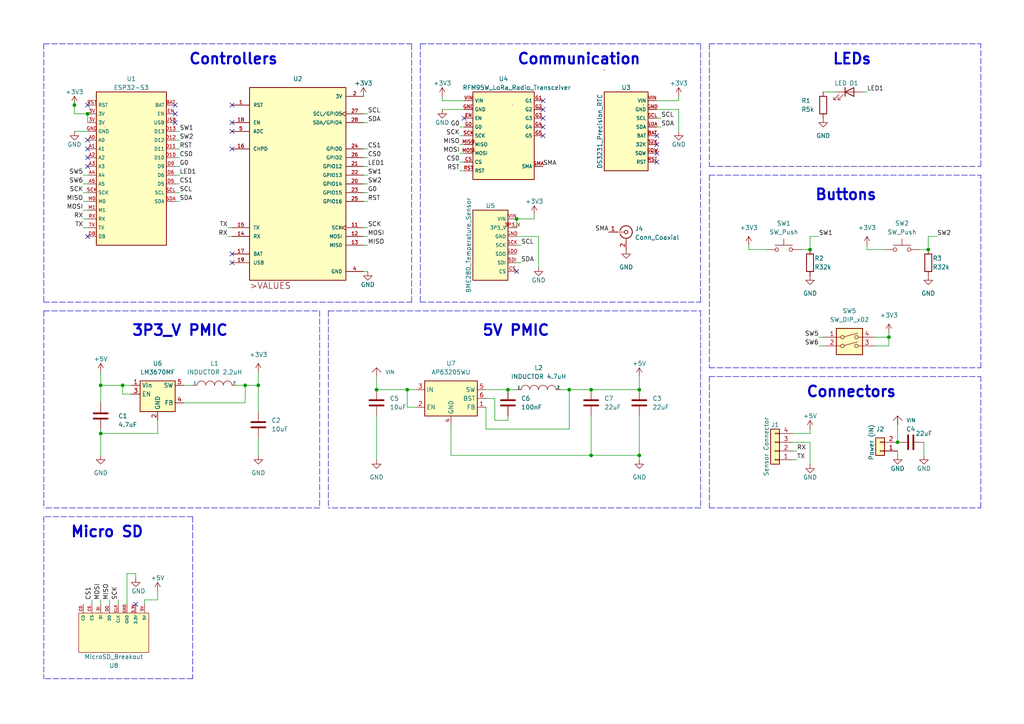
<source format=kicad_sch>
(kicad_sch (version 20211123) (generator eeschema)
  (paper "A4")
  (lib_symbols
    (symbol "Adafruit Feather ESP8266:2821" (pin_names (offset 1.016))
      (property "Reference" "U" (at -15.24 27.9654 0))
      (symbol "2821_0_0"
        (rectangle (start -15.24 -27.94) (end 12.7 27.94) (stroke (width 0.254)) (fill (type background)))
        (text ">VALUES" (at -15.2654 -30.5562 0) (effects (font (size 1.778 1.778)) (justify left bottom)))
        (pin input line (at -20.32 22.86 0) (length 5.08) (name "RST") (number "1"))
        (pin bidirectional clock (at 17.78 -12.7 180) (length 5.08) (name "SCK") (number "11"))
        (pin output line (at 17.78 -15.24 180) (length 5.08) (name "MOSI") (number "12"))
        (pin input line (at 17.78 -17.78 180) (length 5.08) (name "MIS0") (number "13"))
        (pin input line (at -20.32 -15.24 0) (length 5.08) (name "RX") (number "14"))
        (pin output line (at -20.32 -12.7 0) (length 5.08) (name "TX") (number "15"))
        (pin bidirectional line (at -20.32 10.16 0) (length 5.08) (name "CHPD") (number "16"))
        (pin bidirectional line (at -20.32 -20.32 0) (length 5.08) (name "BAT") (number "17"))
        (pin input line (at -20.32 17.78 0) (length 5.08) (name "EN") (number "18"))
        (pin bidirectional line (at -20.32 -22.86 0) (length 5.08) (name "USB") (number "19"))
        (pin power_in line (at 17.78 25.4 180) (length 5.08) (name "3V") (number "2"))
        (pin bidirectional line (at 17.78 0 180) (length 5.08) (name "GPIO14") (number "20"))
        (pin bidirectional line (at 17.78 5.08 180) (length 5.08) (name "GPIO12") (number "21"))
        (pin bidirectional line (at 17.78 2.54 180) (length 5.08) (name "GPIO13") (number "22"))
        (pin bidirectional line (at 17.78 -2.54 180) (length 5.08) (name "GPIO15") (number "23"))
        (pin bidirectional line (at 17.78 10.16 180) (length 5.08) (name "GPIO0") (number "24"))
        (pin bidirectional line (at 17.78 -5.08 180) (length 5.08) (name "GPIO16") (number "25"))
        (pin bidirectional line (at 17.78 7.62 180) (length 5.08) (name "GPIO2") (number "26"))
        (pin bidirectional clock (at 17.78 20.32 180) (length 5.08) (name "SCL/GPIO5") (number "27"))
        (pin bidirectional line (at 17.78 17.78 180) (length 5.08) (name "SDA/GPIO4") (number "28"))
        (pin power_in line (at 17.78 -25.4 180) (length 5.08) (name "GND") (number "4"))
        (pin bidirectional line (at -20.32 15.24 0) (length 5.08) (name "ADC") (number "5"))
      )
    )
    (symbol "Adafruit_ESP32:ESP32-S3"
      (property "Reference" "U" (at 10.16 1.27 0))
      (property "Value" "ESP32-S3" (at 10.16 5.08 0))
      (symbol "ESP32-S3_0_1"
        (rectangle (start 0 2.54) (end 20.32 -41.91) (stroke (width 0.254)) (fill (type background)))
        (rectangle (start 2.54 -7.62) (end 2.54 -7.62))
      )
      (symbol "ESP32-S3_1_1"
        (pin input line (at -2.54 -6.35 0) (length 2.54) (name "3V") (number "3V"))
        (pin input line (at -2.54 -3.81 0) (length 2.54) (name "3V") (number "3V"))
        (pin input line (at -2.54 -11.43 0) (length 2.54) (name "A0") (number "A0"))
        (pin input line (at -2.54 -13.97 0) (length 2.54) (name "A1") (number "A1"))
        (pin input line (at -2.54 -16.51 0) (length 2.54) (name "A2") (number "A2"))
        (pin input line (at -2.54 -19.05 0) (length 2.54) (name "A3") (number "A3"))
        (pin input line (at -2.54 -21.59 0) (length 2.54) (name "A4") (number "A4"))
        (pin input line (at -2.54 -24.13 0) (length 2.54) (name "A5") (number "A5"))
        (pin input line (at 22.86 -1.27 180) (length 2.54) (name "BAT") (number "BAT"))
        (pin input line (at 22.86 -16.51 180) (length 2.54) (name "D10") (number "D10"))
        (pin input line (at 22.86 -13.97 180) (length 2.54) (name "D11") (number "D11"))
        (pin input line (at 22.86 -11.43 180) (length 2.54) (name "D12") (number "D12"))
        (pin input line (at 22.86 -8.89 180) (length 2.54) (name "D13") (number "D13"))
        (pin input line (at 22.86 -24.13 180) (length 2.54) (name "D5") (number "D5"))
        (pin input line (at 22.86 -21.59 180) (length 2.54) (name "D6") (number "D6"))
        (pin input line (at 22.86 -19.05 180) (length 2.54) (name "D9") (number "D9"))
        (pin input line (at -2.54 -39.37 0) (length 2.54) (name "DB") (number "DB"))
        (pin input line (at 22.86 -3.81 180) (length 2.54) (name "EN") (number "EN"))
        (pin input line (at -2.54 -8.89 0) (length 2.54) (name "GND") (number "GND"))
        (pin input line (at -2.54 -29.21 0) (length 2.54) (name "M0") (number "M0"))
        (pin input line (at -2.54 -31.75 0) (length 2.54) (name "M1") (number "M1"))
        (pin input line (at -2.54 -1.27 0) (length 2.54) (name "RST") (number "RST"))
        (pin input line (at -2.54 -34.29 0) (length 2.54) (name "RX") (number "RX"))
        (pin input line (at -2.54 -26.67 0) (length 2.54) (name "SCK") (number "SCK"))
        (pin input line (at 22.86 -26.67 180) (length 2.54) (name "SCL") (number "SCL"))
        (pin input line (at 22.86 -29.21 180) (length 2.54) (name "SDA") (number "SDA"))
        (pin input line (at -2.54 -36.83 0) (length 2.54) (name "TX") (number "TX"))
        (pin input line (at 22.86 -6.35 180) (length 2.54) (name "USB") (number "USB"))
      )
    )
    (symbol "Adafruit_Files:BME280_Temperature_Sensor"
      (property "Reference" "U" (at 0 2.54 0))
      (property "Value" "BME280_Temperature_Sensor" (at 0 5.08 0))
      (symbol "BME280_Temperature_Sensor_0_1"
        (rectangle (start 0 0) (end 10.16 -20.32) (stroke (width 0.254)) (fill (type background)))
      )
      (symbol "BME280_Temperature_Sensor_1_1"
        (pin input line (at 12.7 -5.08 180) (length 2.54) (name "3P3_V") (number "3P3_V"))
        (pin input line (at 12.7 -17.78 180) (length 2.54) (name "CS") (number "CS"))
        (pin input line (at 12.7 -7.62 180) (length 2.54) (name "GND") (number "GND"))
        (pin input line (at 12.7 -10.16 180) (length 2.54) (name "SCK") (number "SCK"))
        (pin input line (at 12.7 -15.24 180) (length 2.54) (name "SDI") (number "SDI"))
        (pin input line (at 12.7 -12.7 180) (length 2.54) (name "SDO") (number "SDO"))
        (pin input line (at 12.7 -2.54 180) (length 2.54) (name "VIN") (number "VIN"))
      )
    )
    (symbol "Adafruit_Files:DS3231_Precision_RTC"
      (property "Reference" "U" (at 0 1.27 0))
      (property "Value" "DS3231_Precision_RTC" (at 0 3.81 0))
      (symbol "DS3231_Precision_RTC_0_1"
        (rectangle (start 0 0) (end 12.7 -22.86) (stroke (width 0.254)) (fill (type background)))
        (rectangle (start 11.43 -3.81) (end 11.43 -3.81))
        (rectangle (start 11.43 -3.81) (end 11.43 -3.81))
        (rectangle (start 11.43 -3.81) (end 11.43 -3.81))
        (rectangle (start 11.43 -3.81) (end 11.43 -3.81))
        (rectangle (start 11.43 -3.81) (end 11.43 -3.81))
        (rectangle (start 11.43 -3.81) (end 11.43 -3.81))
        (rectangle (start 11.43 -3.81) (end 11.43 -3.81))
        (rectangle (start 11.43 -3.81) (end 11.43 -3.81))
        (rectangle (start 11.43 -3.81) (end 11.43 -3.81))
        (rectangle (start 12.7 -12.7) (end 12.7 -12.7))
      )
      (symbol "DS3231_Precision_RTC_1_1"
        (pin input line (at 15.24 -15.24 180) (length 2.54) (name "32K") (number "32K"))
        (pin input line (at 15.24 -12.7 180) (length 2.54) (name "BAT") (number "BAT"))
        (pin input line (at 15.24 -5.08 180) (length 2.54) (name "GND") (number "GND"))
        (pin input line (at 15.24 -20.32 180) (length 2.54) (name "RST") (number "RST"))
        (pin input line (at 15.24 -7.62 180) (length 2.54) (name "SCL") (number "SCL"))
        (pin input line (at 15.24 -10.16 180) (length 2.54) (name "SDA") (number "SDA"))
        (pin input line (at 15.24 -17.78 180) (length 2.54) (name "SQW") (number "SQW"))
        (pin input line (at 15.24 -2.54 180) (length 2.54) (name "VIN") (number "VIN"))
      )
    )
    (symbol "Adafruit_Files:MicroSD_Breakout"
      (property "Reference" "U" (at 0 2.54 0))
      (property "Value" "MicroSD_Breakout" (at 0 5.08 0))
      (symbol "MicroSD_Breakout_0_1"
        (rectangle (start 0 0) (end 11.43 -20.32) (fill (type background)))
      )
      (symbol "MicroSD_Breakout_1_1"
        (pin input line (at 13.97 -16.51 180) (length 2.54) (name "3.3V") (number "3.3V"))
        (pin input line (at 13.97 -19.05 180) (length 2.54) (name "5V") (number "5V"))
        (pin input line (at 13.97 -1.27 180) (length 2.54) (name "CD") (number "CD"))
        (pin input line (at 13.97 -11.43 180) (length 2.54) (name "CLK") (number "CLK"))
        (pin input line (at 13.97 -3.81 180) (length 2.54) (name "CS") (number "CS"))
        (pin input line (at 13.97 -6.35 180) (length 2.54) (name "DI") (number "DI"))
        (pin input line (at 13.97 -8.89 180) (length 2.54) (name "DO") (number "DO"))
        (pin input line (at 13.97 -13.97 180) (length 2.54) (name "GND") (number "GND"))
      )
    )
    (symbol "Adafruit_Files:RFM95W_LoRa_Radio_Transceiver"
      (property "Reference" "U" (at 0 5.08 0))
      (property "Value" "RFM95W_LoRa_Radio_Transceiver" (at 0 2.54 0))
      (symbol "RFM95W_LoRa_Radio_Transceiver_0_1"
        (rectangle (start 0 0) (end 17.78 -25.4) (stroke (width 0.254)) (fill (type background)))
        (rectangle (start 11.43 -3.81) (end 11.43 -3.81))
        (rectangle (start 11.43 -3.81) (end 11.43 -3.81))
        (rectangle (start 11.43 -3.81) (end 11.43 -3.81))
        (rectangle (start 38.1 6.35) (end 38.1 6.35))
        (rectangle (start 38.1 6.35) (end 38.1 6.35))
        (rectangle (start 38.1 6.35) (end 38.1 6.35))
        (rectangle (start 38.1 6.35) (end 38.1 6.35) (stroke (width 0.254)) (fill (type background)))
      )
      (symbol "RFM95W_LoRa_Radio_Transceiver_1_1"
        (pin input line (at -2.54 -20.32 0) (length 2.54) (name "CS") (number "CS"))
        (pin input line (at -2.54 -7.62 0) (length 2.54) (name "EN") (number "EN"))
        (pin input line (at -2.54 -10.16 0) (length 2.54) (name "G0") (number "G0"))
        (pin input line (at 20.32 -2.54 180) (length 2.54) (name "G1") (number "G1"))
        (pin input line (at 20.32 -5.08 180) (length 2.54) (name "G2") (number "G2"))
        (pin input line (at 20.32 -7.62 180) (length 2.54) (name "G3") (number "G3"))
        (pin input line (at 20.32 -10.16 180) (length 2.54) (name "G4") (number "G4"))
        (pin input line (at 20.32 -12.7 180) (length 2.54) (name "G5") (number "G5"))
        (pin input line (at -2.54 -5.08 0) (length 2.54) (name "GND") (number "GND"))
        (pin input line (at -2.54 -15.24 0) (length 2.54) (name "MISO") (number "MISO"))
        (pin input line (at -2.54 -17.78 0) (length 2.54) (name "MOSI") (number "MOSI"))
        (pin input line (at -2.54 -22.86 0) (length 2.54) (name "RST") (number "RST"))
        (pin input line (at -2.54 -12.7 0) (length 2.54) (name "SCK") (number "SCK"))
        (pin input line (at 20.32 -21.59 180) (length 2.54) (name "SMA") (number "SMA"))
        (pin input line (at -2.54 -2.54 0) (length 2.54) (name "VIN") (number "VIN"))
      )
    )
    (symbol "Adafruit_HUZZAH_ESP8266_Basic_Breakout-eagle-import:VIN" (power) (pin_names (offset 1.016))
      (property "Value" "VIN" (at -1.524 1.016 0))
      (symbol "VIN_1_0"
        (polyline (pts (xy -1.27 -1.27) (xy 0 0)))
        (polyline (pts (xy 0 0) (xy 1.27 -1.27)))
        (pin power_in line (at 0 -2.54 90) (length 2.54) (name "VIN") (number "1"))
      )
    )
    (symbol "Connector:Conn_Coaxial" (pin_names (offset 1.016) hide)
      (property "Reference" "J" (at 0.254 3.048 0))
      (property "Value" "Conn_Coaxial" (at 2.921 0 90))
      (symbol "Conn_Coaxial_0_1"
        (arc (start -1.778 -0.508) (mid 0.2311 -1.8066) (end 1.778 0) (stroke (width 0.254)))
        (polyline (pts (xy -2.54 0) (xy -0.508 0)))
        (polyline (pts (xy 0 -2.54) (xy 0 -1.778)))
        (circle (center 0 0) (radius 0.508) (stroke (width 0.2032)))
        (arc (start 1.778 0) (mid 0.2099 1.8101) (end -1.778 0.508) (stroke (width 0.254)))
      )
      (symbol "Conn_Coaxial_1_1"
        (pin passive line (at -5.08 0 0) (length 2.54) (name "In") (number "1"))
        (pin passive line (at 0 -5.08 90) (length 2.54) (name "Ext") (number "2"))
      )
    )
    (symbol "Connector_Generic:Conn_01x02" (pin_names (offset 1.016) hide)
      (property "Reference" "J" (at 0 2.54 0))
      (property "Value" "Conn_01x02" (at 0 -5.08 0))
      (symbol "Conn_01x02_1_1"
        (rectangle (start -1.27 -2.413) (end 0 -2.667) (stroke (width 0.1524)))
        (rectangle (start -1.27 0.127) (end 0 -0.127) (stroke (width 0.1524)))
        (rectangle (start -1.27 1.27) (end 1.27 -3.81) (stroke (width 0.254)) (fill (type background)))
        (pin passive line (at -5.08 0 0) (length 3.81) (name "Pin_1") (number "1"))
        (pin passive line (at -5.08 -2.54 0) (length 3.81) (name "Pin_2") (number "2"))
      )
    )
    (symbol "Connector_Generic:Conn_01x04" (pin_names (offset 1.016) hide)
      (property "Reference" "J" (at 0 5.08 0))
      (property "Value" "Conn_01x04" (at 0 -7.62 0))
      (symbol "Conn_01x04_1_1"
        (rectangle (start -1.27 -4.953) (end 0 -5.207) (stroke (width 0.1524)))
        (rectangle (start -1.27 -2.413) (end 0 -2.667) (stroke (width 0.1524)))
        (rectangle (start -1.27 0.127) (end 0 -0.127) (stroke (width 0.1524)))
        (rectangle (start -1.27 2.667) (end 0 2.413) (stroke (width 0.1524)))
        (rectangle (start -1.27 3.81) (end 1.27 -6.35) (stroke (width 0.254)) (fill (type background)))
        (pin passive line (at -5.08 2.54 0) (length 3.81) (name "Pin_1") (number "1"))
        (pin passive line (at -5.08 0 0) (length 3.81) (name "Pin_2") (number "2"))
        (pin passive line (at -5.08 -2.54 0) (length 3.81) (name "Pin_3") (number "3"))
        (pin passive line (at -5.08 -5.08 0) (length 3.81) (name "Pin_4") (number "4"))
      )
    )
    (symbol "Device:C" (pin_numbers hide) (pin_names (offset 0.254))
      (property "Reference" "C" (at 0.635 2.54 0))
      (property "Value" "C" (at 0.635 -2.54 0))
      (symbol "C_0_1"
        (polyline (pts (xy -2.032 -0.762) (xy 2.032 -0.762)) (stroke (width 0.508)))
        (polyline (pts (xy -2.032 0.762) (xy 2.032 0.762)) (stroke (width 0.508)))
      )
      (symbol "C_1_1"
        (pin passive line (at 0 3.81 270) (length 2.794) (name "~") (number "1"))
        (pin passive line (at 0 -3.81 90) (length 2.794) (name "~") (number "2"))
      )
    )
    (symbol "Device:LED" (pin_numbers hide) (pin_names (offset 1.016) hide)
      (property "Reference" "D" (at 0 2.54 0))
      (property "Value" "LED" (at 0 -2.54 0))
      (symbol "LED_0_1"
        (polyline (pts (xy -1.27 -1.27) (xy -1.27 1.27)) (stroke (width 0.254)))
        (polyline (pts (xy -1.27 0) (xy 1.27 0)))
        (polyline (pts (xy 1.27 -1.27) (xy 1.27 1.27) (xy -1.27 0) (xy 1.27 -1.27)) (stroke (width 0.254)))
        (polyline (pts (xy -3.048 -0.762) (xy -4.572 -2.286) (xy -3.81 -2.286) (xy -4.572 -2.286) (xy -4.572 -1.524)))
        (polyline (pts (xy -1.778 -0.762) (xy -3.302 -2.286) (xy -2.54 -2.286) (xy -3.302 -2.286) (xy -3.302 -1.524)))
      )
      (symbol "LED_1_1"
        (pin passive line (at -3.81 0 0) (length 2.54) (name "K") (number "1"))
        (pin passive line (at 3.81 0 180) (length 2.54) (name "A") (number "2"))
      )
    )
    (symbol "Device:R" (pin_numbers hide) (pin_names (offset 0))
      (property "Reference" "R" (at 2.032 0 90))
      (property "Value" "R" (at 0 0 90))
      (symbol "R_0_1"
        (rectangle (start -1.016 -2.54) (end 1.016 2.54) (stroke (width 0.254)))
      )
      (symbol "R_1_1"
        (pin passive line (at 0 3.81 270) (length 1.27) (name "~") (number "1"))
        (pin passive line (at 0 -3.81 90) (length 1.27) (name "~") (number "2"))
      )
    )
    (symbol "Regulator_Switching:AP63205WU"
      (property "Reference" "U" (at -7.62 6.35 0))
      (property "Value" "AP63205WU" (at 2.54 6.35 0))
      (symbol "AP63205WU_0_1"
        (rectangle (start -7.62 5.08) (end 7.62 -5.08) (stroke (width 0.254)) (fill (type background)))
      )
      (symbol "AP63205WU_1_1"
        (pin input line (at 10.16 -2.54 180) (length 2.54) (name "FB") (number "1"))
        (pin input line (at -10.16 -2.54 0) (length 2.54) (name "EN") (number "2"))
        (pin power_in line (at -10.16 2.54 0) (length 2.54) (name "IN") (number "3"))
        (pin power_in line (at 0 -7.62 90) (length 2.54) (name "GND") (number "4"))
        (pin output line (at 10.16 2.54 180) (length 2.54) (name "SW") (number "5"))
        (pin passive line (at 10.16 0 180) (length 2.54) (name "BST") (number "6"))
      )
    )
    (symbol "Regulator_Switching:LM3670MF"
      (property "Reference" "U" (at -5.08 5.08 0))
      (property "Value" "LM3670MF" (at 0 5.08 0))
      (symbol "LM3670MF_0_1"
        (rectangle (start -5.08 3.81) (end 5.08 -5.08) (stroke (width 0.254)) (fill (type background)))
      )
      (symbol "LM3670MF_1_1"
        (pin power_in line (at -7.62 2.54 0) (length 2.54) (name "Vin") (number "1"))
        (pin power_in line (at 0 -7.62 90) (length 2.54) (name "GND") (number "2"))
        (pin input line (at -7.62 0 0) (length 2.54) (name "EN") (number "3"))
        (pin input line (at 7.62 -2.54 180) (length 2.54) (name "FB") (number "4"))
        (pin input line (at 7.62 2.54 180) (length 2.54) (name "SW") (number "5"))
      )
    )
    (symbol "Switch:SW_DIP_x02" (pin_names (offset 0) hide)
      (property "Reference" "SW" (at 0 6.35 0))
      (property "Value" "SW_DIP_x02" (at 0 -3.81 0))
      (symbol "SW_DIP_x02_0_0"
        (circle (center -2.032 0) (radius 0.508))
        (circle (center -2.032 2.54) (radius 0.508))
        (polyline (pts (xy -1.524 0.127) (xy 2.3622 1.1684)))
        (polyline (pts (xy -1.524 2.667) (xy 2.3622 3.7084)))
        (circle (center 2.032 0) (radius 0.508))
        (circle (center 2.032 2.54) (radius 0.508))
      )
      (symbol "SW_DIP_x02_0_1"
        (rectangle (start -3.81 5.08) (end 3.81 -2.54) (stroke (width 0.254)) (fill (type background)))
      )
      (symbol "SW_DIP_x02_1_1"
        (pin passive line (at -7.62 2.54 0) (length 5.08) (name "~") (number "1"))
        (pin passive line (at -7.62 0 0) (length 5.08) (name "~") (number "2"))
        (pin passive line (at 7.62 0 180) (length 5.08) (name "~") (number "3"))
        (pin passive line (at 7.62 2.54 180) (length 5.08) (name "~") (number "4"))
      )
    )
    (symbol "Switch:SW_Push" (pin_numbers hide) (pin_names (offset 1.016) hide)
      (property "Reference" "SW" (at 1.27 2.54 0))
      (property "Value" "SW_Push" (at 0 -1.524 0))
      (symbol "SW_Push_0_1"
        (circle (center -2.032 0) (radius 0.508))
        (polyline (pts (xy 0 1.27) (xy 0 3.048)))
        (polyline (pts (xy 2.54 1.27) (xy -2.54 1.27)))
        (circle (center 2.032 0) (radius 0.508))
        (pin passive line (at -5.08 0 0) (length 2.54) (name "1") (number "1"))
        (pin passive line (at 5.08 0 180) (length 2.54) (name "2") (number "2"))
      )
    )
    (symbol "power:+3.3V" (power) (pin_names (offset 0))
      (property "Value" "+3.3V" (at 0 3.556 0))
      (symbol "+3.3V_0_1"
        (polyline (pts (xy -0.762 1.27) (xy 0 2.54)))
        (polyline (pts (xy 0 0) (xy 0 2.54)))
        (polyline (pts (xy 0 2.54) (xy 0.762 1.27)))
      )
      (symbol "+3.3V_1_1"
        (pin power_in line (at 0 0 90) (length 0) hide (name "+3V3") (number "1"))
      )
    )
    (symbol "power:+5V" (power) (pin_names (offset 0))
      (property "Value" "+5V" (at 0 3.556 0))
      (symbol "+5V_0_1"
        (polyline (pts (xy -0.762 1.27) (xy 0 2.54)))
        (polyline (pts (xy 0 0) (xy 0 2.54)))
        (polyline (pts (xy 0 2.54) (xy 0.762 1.27)))
      )
      (symbol "+5V_1_1"
        (pin power_in line (at 0 0 90) (length 0) hide (name "+5V") (number "1"))
      )
    )
    (symbol "power:GND" (power) (pin_names (offset 0))
      (property "Value" "GND" (at 0 -3.81 0))
      (symbol "GND_0_1"
        (polyline (pts (xy 0 0) (xy 0 -1.27) (xy 1.27 -1.27) (xy 0 -2.54) (xy -1.27 -1.27) (xy 0 -1.27)))
      )
      (symbol "GND_1_1"
        (pin power_in line (at 0 0 270) (length 0) hide (name "GND") (number "1"))
      )
    )
    (symbol "pspice:INDUCTOR" (pin_numbers hide) (pin_names (offset 0))
      (property "Reference" "L" (at 0 2.54 0))
      (property "Value" "INDUCTOR" (at 0 -1.27 0))
      (symbol "INDUCTOR_0_1"
        (arc (start -2.54 0) (mid -3.81 1.27) (end -5.08 0))
        (arc (start 0 0) (mid -1.27 1.27) (end -2.54 0))
        (arc (start 2.54 0) (mid 1.27 1.27) (end 0 0))
        (arc (start 5.08 0) (mid 3.81 1.27) (end 2.54 0))
      )
      (symbol "INDUCTOR_1_1"
        (pin input line (at -6.35 0 0) (length 1.27) (name "1") (number "1"))
        (pin input line (at 6.35 0 180) (length 1.27) (name "2") (number "2"))
      )
    )
  )
  (junction (at 118.11 113.03))
  (junction (at 74.93 111.76))
  (junction (at 25.4 33.02))
  (junction (at 171.45 132.08))
  (junction (at 147.32 113.03))
  (junction (at 29.21 111.76))
  (junction (at 165.1 113.03))
  (junction (at 71.12 111.76))
  (junction (at 29.21 125.73))
  (junction (at 234.95 72.39))
  (junction (at 21.59 30.48))
  (junction (at 185.42 113.03))
  (junction (at 149.86 63.5))
  (junction (at 35.56 111.76))
  (junction (at 185.42 132.08))
  (junction (at 260.35 128.27))
  (junction (at 269.24 72.39))
  (junction (at 171.45 113.03))
  (junction (at 109.22 113.03))
  (junction (at 257.81 97.79))
  (no_connect (at 190.5 44.45))
  (no_connect (at 190.5 46.99))
  (no_connect (at 190.5 41.91))
  (no_connect (at 190.5 39.37))
  (no_connect (at 149.86 78.74))
  (no_connect (at 25.4 45.72))
  (no_connect (at 25.4 48.26))
  (no_connect (at 25.4 68.58))
  (no_connect (at 50.8 33.02))
  (no_connect (at 50.8 35.56))
  (no_connect (at 50.8 30.48))
  (no_connect (at 157.48 31.75))
  (no_connect (at 157.48 29.21))
  (no_connect (at 157.48 36.83))
  (no_connect (at 157.48 39.37))
  (no_connect (at 157.48 34.29))
  (no_connect (at 67.31 30.48))
  (no_connect (at 67.31 35.56))
  (no_connect (at 67.31 38.1))
  (no_connect (at 67.31 43.18))
  (no_connect (at 67.31 76.2))
  (no_connect (at 67.31 73.66))
  (no_connect (at 25.4 40.64))
  (no_connect (at 25.4 43.18))
  (no_connect (at 39.37 175.26))
  (no_connect (at 25.4 30.48))
  (no_connect (at 134.62 34.29))
  (polyline (pts (xy 203.2 87.63) (xy 203.2 12.7)))
  (wire (pts (xy 133.35 44.45) (xy 134.62 44.45)))
  (wire (pts (xy 171.45 132.08) (xy 130.81 132.08)))
  (wire (pts (xy 106.68 33.02) (xy 105.41 33.02)))
  (polyline (pts (xy 205.74 147.32) (xy 284.48 147.32)))
  (wire (pts (xy 106.68 53.34) (xy 105.41 53.34)))
  (wire (pts (xy 52.07 40.64) (xy 50.8 40.64)))
  (wire (pts (xy 165.1 124.46) (xy 165.1 113.03)))
  (polyline (pts (xy 92.71 90.17) (xy 92.71 147.32)))
  (wire (pts (xy 257.81 97.79) (xy 257.81 100.33)))
  (wire (pts (xy 147.32 121.92) (xy 147.32 120.65)))
  (wire (pts (xy 41.91 173.99) (xy 45.72 173.99)))
  (wire (pts (xy 106.68 71.12) (xy 105.41 71.12)))
  (polyline (pts (xy 121.92 12.7) (xy 121.92 87.63)))
  (wire (pts (xy 24.13 58.42) (xy 25.4 58.42)))
  (wire (pts (xy 52.07 58.42) (xy 50.8 58.42)))
  (wire (pts (xy 24.13 50.8) (xy 25.4 50.8)))
  (wire (pts (xy 130.81 132.08) (xy 130.81 123.19)))
  (wire (pts (xy 71.12 116.84) (xy 53.34 116.84)))
  (wire (pts (xy 171.45 132.08) (xy 185.42 132.08)))
  (wire (pts (xy 154.94 63.5) (xy 154.94 62.23)))
  (wire (pts (xy 35.56 111.76) (xy 35.56 114.3)))
  (wire (pts (xy 106.68 45.72) (xy 105.41 45.72)))
  (wire (pts (xy 234.95 128.27) (xy 234.95 134.62)))
  (wire (pts (xy 109.22 133.35) (xy 109.22 120.65)))
  (polyline (pts (xy 121.92 12.7) (xy 203.2 12.7)))
  (wire (pts (xy 24.13 53.34) (xy 25.4 53.34)))
  (polyline (pts (xy 205.74 109.22) (xy 205.74 147.32)))
  (wire (pts (xy 190.5 29.21) (xy 196.85 29.21)))
  (polyline (pts (xy 205.74 12.7) (xy 205.74 48.26)))
  (wire (pts (xy 149.86 63.5) (xy 149.86 66.04)))
  (wire (pts (xy 217.17 72.39) (xy 217.17 71.12)))
  (wire (pts (xy 231.14 130.81) (xy 229.87 130.81)))
  (wire (pts (xy 41.91 175.26) (xy 41.91 173.99)))
  (wire (pts (xy 29.21 125.73) (xy 29.21 124.46)))
  (polyline (pts (xy 203.2 147.32) (xy 95.25 147.32)))
  (wire (pts (xy 257.81 97.79) (xy 254 97.79)))
  (polyline (pts (xy 205.74 48.26) (xy 284.48 48.26)))
  (wire (pts (xy 106.68 78.74) (xy 105.41 78.74)))
  (wire (pts (xy 31.75 173.99) (xy 31.75 175.26)))
  (wire (pts (xy 71.12 111.76) (xy 74.93 111.76)))
  (wire (pts (xy 74.93 107.95) (xy 74.93 111.76)))
  (wire (pts (xy 68.58 111.76) (xy 71.12 111.76)))
  (wire (pts (xy 39.37 166.37) (xy 39.37 167.64)))
  (wire (pts (xy 128.27 31.75) (xy 134.62 31.75)))
  (wire (pts (xy 118.11 118.11) (xy 118.11 113.03)))
  (wire (pts (xy 196.85 29.21) (xy 196.85 27.94)))
  (wire (pts (xy 29.21 116.84) (xy 29.21 111.76)))
  (wire (pts (xy 24.13 63.5) (xy 25.4 63.5)))
  (wire (pts (xy 34.29 173.99) (xy 34.29 175.26)))
  (wire (pts (xy 133.35 36.83) (xy 134.62 36.83)))
  (polyline (pts (xy 12.7 87.63) (xy 119.38 87.63)))
  (wire (pts (xy 234.95 68.58) (xy 234.95 72.39)))
  (wire (pts (xy 24.13 60.96) (xy 25.4 60.96)))
  (wire (pts (xy 185.42 120.65) (xy 185.42 132.08)))
  (wire (pts (xy 52.07 50.8) (xy 50.8 50.8)))
  (wire (pts (xy 106.68 50.8) (xy 105.41 50.8)))
  (wire (pts (xy 133.35 39.37) (xy 134.62 39.37)))
  (wire (pts (xy 151.13 71.12) (xy 149.86 71.12)))
  (wire (pts (xy 74.93 119.38) (xy 74.93 111.76)))
  (polyline (pts (xy 205.74 50.8) (xy 205.74 106.68)))
  (wire (pts (xy 151.13 76.2) (xy 149.86 76.2)))
  (wire (pts (xy 55.88 111.76) (xy 53.34 111.76)))
  (polyline (pts (xy 119.38 87.63) (xy 119.38 12.7)))
  (polyline (pts (xy 55.88 196.85) (xy 12.7 196.85)))
  (wire (pts (xy 134.62 29.21) (xy 128.27 29.21)))
  (polyline (pts (xy 55.88 149.86) (xy 55.88 196.85)))
  (wire (pts (xy 109.22 113.03) (xy 118.11 113.03)))
  (polyline (pts (xy 121.92 87.63) (xy 203.2 87.63)))
  (wire (pts (xy 237.49 68.58) (xy 234.95 68.58)))
  (wire (pts (xy 128.27 29.21) (xy 128.27 27.94)))
  (wire (pts (xy 229.87 128.27) (xy 234.95 128.27)))
  (wire (pts (xy 271.78 68.58) (xy 269.24 68.58)))
  (wire (pts (xy 29.21 132.08) (xy 29.21 125.73)))
  (wire (pts (xy 35.56 111.76) (xy 38.1 111.76)))
  (wire (pts (xy 185.42 132.08) (xy 185.42 133.35)))
  (wire (pts (xy 257.81 100.33) (xy 254 100.33)))
  (wire (pts (xy 52.07 48.26) (xy 50.8 48.26)))
  (wire (pts (xy 21.59 38.1) (xy 25.4 38.1)))
  (polyline (pts (xy 205.74 50.8) (xy 284.48 50.8)))
  (wire (pts (xy 118.11 113.03) (xy 120.65 113.03)))
  (wire (pts (xy 149.86 68.58) (xy 156.21 68.58)))
  (polyline (pts (xy 284.48 147.32) (xy 284.48 109.22)))
  (polyline (pts (xy 284.48 48.26) (xy 284.48 12.7)))
  (wire (pts (xy 165.1 113.03) (xy 171.45 113.03)))
  (wire (pts (xy 191.77 34.29) (xy 190.5 34.29)))
  (wire (pts (xy 106.68 35.56) (xy 105.41 35.56)))
  (wire (pts (xy 25.4 33.02) (xy 21.59 33.02)))
  (wire (pts (xy 256.54 72.39) (xy 251.46 72.39)))
  (wire (pts (xy 269.24 68.58) (xy 269.24 72.39)))
  (wire (pts (xy 45.72 173.99) (xy 45.72 171.45)))
  (wire (pts (xy 106.68 68.58) (xy 105.41 68.58)))
  (wire (pts (xy 71.12 111.76) (xy 71.12 116.84)))
  (wire (pts (xy 66.04 66.04) (xy 67.31 66.04)))
  (polyline (pts (xy 95.25 90.17) (xy 95.25 147.32)))
  (wire (pts (xy 185.42 113.03) (xy 171.45 113.03)))
  (wire (pts (xy 120.65 118.11) (xy 118.11 118.11)))
  (polyline (pts (xy 55.88 149.86) (xy 12.7 149.86)))
  (wire (pts (xy 21.59 29.21) (xy 21.59 30.48)))
  (wire (pts (xy 38.1 114.3) (xy 35.56 114.3)))
  (wire (pts (xy 52.07 38.1) (xy 50.8 38.1)))
  (wire (pts (xy 149.86 113.03) (xy 147.32 113.03)))
  (polyline (pts (xy 95.25 90.17) (xy 203.2 90.17)))
  (wire (pts (xy 149.86 63.5) (xy 154.94 63.5)))
  (polyline (pts (xy 12.7 149.86) (xy 12.7 196.85)))
  (wire (pts (xy 237.49 100.33) (xy 238.76 100.33)))
  (wire (pts (xy 29.21 107.95) (xy 29.21 111.76)))
  (wire (pts (xy 52.07 43.18) (xy 50.8 43.18)))
  (wire (pts (xy 165.1 113.03) (xy 162.56 113.03)))
  (wire (pts (xy 74.93 132.08) (xy 74.93 127)))
  (wire (pts (xy 229.87 125.73) (xy 234.95 125.73)))
  (wire (pts (xy 140.97 113.03) (xy 147.32 113.03)))
  (wire (pts (xy 52.07 55.88) (xy 50.8 55.88)))
  (wire (pts (xy 36.83 166.37) (xy 39.37 166.37)))
  (wire (pts (xy 21.59 30.48) (xy 21.59 33.02)))
  (wire (pts (xy 52.07 45.72) (xy 50.8 45.72)))
  (wire (pts (xy 143.51 115.57) (xy 143.51 121.92)))
  (polyline (pts (xy 203.2 90.17) (xy 203.2 147.32)))
  (polyline (pts (xy 92.71 147.32) (xy 12.7 147.32)))
  (polyline (pts (xy 12.7 12.7) (xy 12.7 87.63)))
  (wire (pts (xy 133.35 49.53) (xy 134.62 49.53)))
  (polyline (pts (xy 12.7 12.7) (xy 119.38 12.7)))
  (wire (pts (xy 140.97 124.46) (xy 165.1 124.46)))
  (wire (pts (xy 260.35 128.27) (xy 260.35 123.19)))
  (polyline (pts (xy 205.74 106.68) (xy 284.48 106.68)))
  (wire (pts (xy 234.95 125.73) (xy 234.95 124.46)))
  (wire (pts (xy 106.68 48.26) (xy 105.41 48.26)))
  (wire (pts (xy 106.68 58.42) (xy 105.41 58.42)))
  (wire (pts (xy 251.46 26.67) (xy 250.19 26.67)))
  (wire (pts (xy 238.76 26.67) (xy 242.57 26.67)))
  (wire (pts (xy 222.25 72.39) (xy 217.17 72.39)))
  (wire (pts (xy 25.4 33.02) (xy 25.4 35.56)))
  (wire (pts (xy 29.21 111.76) (xy 35.56 111.76)))
  (wire (pts (xy 196.85 31.75) (xy 196.85 38.1)))
  (wire (pts (xy 237.49 97.79) (xy 238.76 97.79)))
  (wire (pts (xy 24.13 66.04) (xy 25.4 66.04)))
  (wire (pts (xy 106.68 66.04) (xy 105.41 66.04)))
  (wire (pts (xy 29.21 173.99) (xy 29.21 175.26)))
  (polyline (pts (xy 12.7 90.17) (xy 12.7 147.32)))
  (wire (pts (xy 133.35 41.91) (xy 134.62 41.91)))
  (polyline (pts (xy 205.74 109.22) (xy 284.48 109.22)))
  (wire (pts (xy 45.72 125.73) (xy 29.21 125.73)))
  (wire (pts (xy 171.45 120.65) (xy 171.45 132.08)))
  (wire (pts (xy 232.41 72.39) (xy 234.95 72.39)))
  (wire (pts (xy 106.68 55.88) (xy 105.41 55.88)))
  (polyline (pts (xy 205.74 12.7) (xy 284.48 12.7)))
  (wire (pts (xy 140.97 115.57) (xy 143.51 115.57)))
  (wire (pts (xy 106.68 43.18) (xy 105.41 43.18)))
  (wire (pts (xy 26.67 173.99) (xy 26.67 175.26)))
  (wire (pts (xy 257.81 96.52) (xy 257.81 97.79)))
  (wire (pts (xy 266.7 72.39) (xy 269.24 72.39)))
  (wire (pts (xy 24.13 55.88) (xy 25.4 55.88)))
  (wire (pts (xy 260.35 130.81) (xy 260.35 132.08)))
  (polyline (pts (xy 284.48 106.68) (xy 284.48 50.8)))
  (wire (pts (xy 191.77 36.83) (xy 190.5 36.83)))
  (polyline (pts (xy 12.7 90.17) (xy 92.71 90.17)))
  (wire (pts (xy 36.83 175.26) (xy 36.83 166.37)))
  (wire (pts (xy 185.42 109.22) (xy 185.42 113.03)))
  (wire (pts (xy 231.14 133.35) (xy 229.87 133.35)))
  (wire (pts (xy 133.35 46.99) (xy 134.62 46.99)))
  (wire (pts (xy 143.51 121.92) (xy 147.32 121.92)))
  (wire (pts (xy 190.5 31.75) (xy 196.85 31.75)))
  (wire (pts (xy 45.72 121.92) (xy 45.72 125.73)))
  (wire (pts (xy 140.97 118.11) (xy 140.97 124.46)))
  (wire (pts (xy 52.07 53.34) (xy 50.8 53.34)))
  (wire (pts (xy 251.46 72.39) (xy 251.46 71.12)))
  (wire (pts (xy 66.04 68.58) (xy 67.31 68.58)))
  (wire (pts (xy 267.97 132.08) (xy 267.97 128.27)))
  (wire (pts (xy 156.21 68.58) (xy 156.21 77.47)))
  (wire (pts (xy 109.22 109.22) (xy 109.22 113.03)))
  (text "Communication" (at 149.86 19.05 0) (effects (font (size 3.08 3.08) (thickness 0.616) bold) (justify left bottom)))
  (text "Controllers" (at 54.61 19.05 0) (effects (font (size 3.08 3.08) (thickness 0.616) bold) (justify left bottom)))
  (text "3P3_V PMIC\n" (at 38.1 97.79 0) (effects (font (size 3.08 3.08) (thickness 0.616) bold) (justify left bottom)))
  (text "Connectors\n" (at 233.68 115.57 0) (effects (font (size 3.08 3.08) (thickness 0.616) bold) (justify left bottom)))
  (text "Buttons\n" (at 236.22 58.42 0) (effects (font (size 3.08 3.08) (thickness 0.616) bold) (justify left bottom)))
  (text "Micro SD" (at 20.32 156.21 0) (effects (font (size 3.08 3.08) (thickness 0.616) bold) (justify left bottom)))
  (text "LEDs\n" (at 241.3 19.05 0) (effects (font (size 3.08 3.08) (thickness 0.616) bold) (justify left bottom)))
  (text "5V PMIC\n" (at 139.7 97.79 0) (effects (font (size 3.08 3.08) (thickness 0.616) bold) (justify left bottom)))
  (label "MISO" (at 24.13 58.42 180))
  (label "CS1" (at 52.07 53.34 0))
  (label "RX" (at 231.14 130.81 0))
  (label "CS0" (at 106.68 45.72 0))
  (label "SDA" (at 52.07 58.42 0))
  (label "SCL" (at 106.68 33.02 0))
  (label "SDA" (at 106.68 35.56 0))
  (label "CS0" (at 133.35 46.99 180))
  (label "G0" (at 52.07 48.26 0))
  (label "SCK" (at 34.29 173.99 90))
  (label "SW2" (at 271.78 68.58 0))
  (label "MISO" (at 106.68 71.12 0))
  (label "SW6" (at 237.49 100.33 180))
  (label "SW1" (at 52.07 38.1 0))
  (label "SDA" (at 151.13 76.2 0))
  (label "LED1" (at 251.46 26.67 0))
  (label "SW6" (at 24.13 53.34 180))
  (label "LED1" (at 52.07 50.8 0))
  (label "SMA" (at 176.53 67.31 180))
  (label "MOSI" (at 29.21 173.99 90))
  (label "SW1" (at 237.49 68.58 0))
  (label "RST" (at 106.68 58.42 0))
  (label "SCL" (at 52.07 55.88 0))
  (label "RST" (at 133.35 49.53 180))
  (label "SW5" (at 24.13 50.8 180))
  (label "MISO" (at 31.75 173.99 90))
  (label "MOSI" (at 106.68 68.58 0))
  (label "TX" (at 231.14 133.35 0))
  (label "SW1" (at 106.68 50.8 0))
  (label "MOSI" (at 24.13 60.96 180))
  (label "G0" (at 133.35 36.83 180))
  (label "RST" (at 52.07 43.18 0))
  (label "SCK" (at 133.35 39.37 180))
  (label "RX" (at 66.04 68.58 180))
  (label "G0" (at 106.68 55.88 0))
  (label "MISO" (at 133.35 41.91 180))
  (label "TX" (at 66.04 66.04 180))
  (label "SCK" (at 106.68 66.04 0))
  (label "SCK" (at 24.13 55.88 180))
  (label "RX" (at 24.13 63.5 180))
  (label "TX" (at 24.13 66.04 180))
  (label "CS1" (at 106.68 43.18 0))
  (label "SW5" (at 237.49 97.79 180))
  (label "SW2" (at 52.07 40.64 0))
  (label "SMA" (at 157.48 48.26 0))
  (label "MOSI" (at 133.35 44.45 180))
  (label "CS1" (at 26.67 173.99 90))
  (label "SCL" (at 151.13 71.12 0))
  (label "CS0" (at 52.07 45.72 0))
  (label "SW2" (at 106.68 53.34 0))
  (label "SCL" (at 191.77 34.29 0))
  (label "SDA" (at 191.77 36.83 0))
  (label "LED1" (at 106.68 48.26 0))
  (symbol (lib_id "Adafruit_Files:MicroSD_Breakout") (at 22.86 189.23 90) (unit 1)
    (property "Reference" "U8" (at 33.02 193.04 90))
    (property "Value" "MicroSD_Breakout" (at 33.02 190.5 90))
    (property "Footprint" "Adafruit_Sensors:MicroSD_Breakout" (effects hide))
  )
  (symbol (lib_id "power:GND") (at 106.68 78.74 0) (unit 1)
    (property "Reference" "#PWR0119" (effects hide))
    (property "Value" "GND" (at 106.68 82.55 0))
  )
  (symbol (lib_id "power:GND") (at 29.21 132.08 0) (unit 1)
    (property "Reference" "#PWR0123" (effects hide))
    (property "Value" "GND" (at 29.21 137.16 0))
  )
  (symbol (lib_id "power:+3.3V") (at 128.27 27.94 0) (unit 1)
    (property "Reference" "#PWR0121" (effects hide))
    (property "Value" "+3.3V" (at 128.27 24.13 0))
  )
  (symbol (lib_id "Connector:Conn_Coaxial") (at 181.61 67.31 0) (unit 1)
    (property "Reference" "J4" (at 184.15 66.3331 0) (effects (justify left)))
    (property "Value" "Conn_Coaxial" (at 184.15 68.8731 0) (effects (justify left)))
    (property "Footprint" "Connector_Coaxial:SMA_Amphenol_132134-11_Vertical" (effects hide))
    (property "Datasheet" " ~" (effects hide))
  )
  (symbol (lib_id "power:+3.3V") (at 21.59 30.48 0) (unit 1)
    (property "Reference" "#PWR0110" (effects hide))
    (property "Value" "+3.3V" (at 21.59 26.67 0))
  )
  (symbol (lib_id "Regulator_Switching:LM3670MF") (at 45.72 114.3 0) (unit 1)
    (property "Reference" "U6" (at 45.72 105.41 0))
    (property "Value" "LM3670MF" (at 45.72 107.95 0))
    (property "Footprint" "Package_TO_SOT_SMD:TSOT-23-5" (effects hide))
    (property "Datasheet" "http://www.ti.com/lit/ds/symlink/lm3670.pdf" (effects hide))
  )
  (symbol (lib_id "pspice:INDUCTOR") (at 62.23 111.76 0) (unit 1)
    (property "Reference" "L1" (at 62.23 105.41 0))
    (property "Value" "INDUCTOR 2.2uH" (at 62.23 107.95 0))
    (property "Footprint" "Inductor_SMD:L_1206_3216Metric" (effects hide))
  )
  (symbol (lib_id "Connector_Generic:Conn_01x02") (at 255.27 130.81 180) (unit 1)
    (property "Reference" "J2" (at 255.27 124.46 0))
    (property "Value" "Power (IN)" (at 252.73 128.27 90))
    (property "Footprint" "Connector_PinHeader_2.54mm:PinHeader_1x02_P2.54mm_Vertical" (effects hide))
  )
  (symbol (lib_id "power:GND") (at 109.22 133.35 0) (unit 1)
    (property "Reference" "#PWR0108" (effects hide))
    (property "Value" "GND" (at 109.22 138.43 0))
  )
  (symbol (lib_id "power:GND") (at 196.85 38.1 0) (unit 1)
    (property "Reference" "#PWR0113" (effects hide))
    (property "Value" "GND" (at 196.85 41.91 0))
  )
  (symbol (lib_id "Device:C") (at 74.93 123.19 0) (unit 1)
    (property "Reference" "C2" (at 78.74 121.9199 0) (effects (justify left)))
    (property "Value" "10uF" (at 78.74 124.4599 0) (effects (justify left)))
    (property "Footprint" "Capacitor_SMD:C_1206_3216Metric" (effects hide))
  )
  (symbol (lib_id "power:GND") (at 21.59 38.1 0) (unit 1)
    (property "Reference" "#PWR0111" (effects hide))
    (property "Value" "GND" (at 21.59 41.91 0))
  )
  (symbol (lib_id "Device:C") (at 109.22 116.84 0) (unit 1)
    (property "Reference" "C5" (at 113.03 115.5699 0) (effects (justify left)))
    (property "Value" "10uF" (at 113.03 118.1099 0) (effects (justify left)))
    (property "Footprint" "Capacitor_SMD:C_1206_3216Metric" (effects hide))
  )
  (symbol (lib_id "power:+3.3V") (at 217.17 71.12 0) (unit 1)
    (property "Reference" "#PWR0102" (effects hide))
    (property "Value" "+3.3V" (at 217.17 66.04 0))
  )
  (symbol (lib_id "Adafruit_HUZZAH_ESP8266_Basic_Breakout-eagle-import:VIN") (at 260.35 120.65 0) (unit 1)
    (property "Reference" "#0101" (effects hide))
    (property "Value" "VIN" (at 262.89 121.9199 0) (effects (font (size 1.0668 1.0668)) (justify left)))
  )
  (symbol (lib_id "power:GND") (at 234.95 80.01 0) (unit 1)
    (property "Reference" "#PWR0103" (effects hide))
    (property "Value" "GND" (at 234.95 85.09 0))
  )
  (symbol (lib_id "power:+5V") (at 185.42 109.22 0) (unit 1)
    (property "Reference" "#PWR0126" (effects hide))
    (property "Value" "+5V" (at 185.42 105.41 0))
  )
  (symbol (lib_id "Connector_Generic:Conn_01x04") (at 224.79 130.81 180) (unit 1)
    (property "Reference" "J1" (at 224.79 123.19 0))
    (property "Value" "Sensor Connector" (at 222.25 129.54 90))
    (property "Footprint" "Connector_PinHeader_2.54mm:PinHeader_1x04_P2.54mm_Vertical" (effects hide))
  )
  (symbol (lib_id "power:GND") (at 185.42 133.35 0) (unit 1)
    (property "Reference" "#PWR0125" (effects hide))
    (property "Value" "GND" (at 185.42 138.43 0))
  )
  (symbol (lib_id "Device:C") (at 185.42 116.84 0) (unit 1)
    (property "Reference" "C3" (at 189.23 115.5699 0) (effects (justify left)))
    (property "Value" "22uF" (at 189.23 118.1099 0) (effects (justify left)))
    (property "Footprint" "Capacitor_SMD:C_1206_3216Metric" (effects hide))
  )
  (symbol (lib_id "power:+3.3V") (at 196.85 27.94 0) (unit 1)
    (property "Reference" "#PWR0114" (effects hide))
    (property "Value" "+3.3V" (at 196.85 24.13 0))
  )
  (symbol (lib_id "power:+5V") (at 234.95 124.46 0) (unit 1)
    (property "Reference" "#PWR0105" (effects hide))
    (property "Value" "+5V" (at 234.95 120.65 0))
  )
  (symbol (lib_id "Device:R") (at 234.95 76.2 0) (unit 1)
    (property "Reference" "R2" (at 236.22 74.93 0) (effects (justify left)))
    (property "Value" "R32k" (at 236.22 77.47 0) (effects (justify left)))
    (property "Footprint" "Resistor_SMD:R_1206_3216Metric" (effects hide))
  )
  (symbol (lib_id "Adafruit_ESP32:ESP32-S3") (at 27.94 29.21 0) (unit 1)
    (property "Reference" "U1" (at 38.1 22.86 0))
    (property "Value" "ESP32-S3" (at 38.1 25.4 0))
    (property "Footprint" "Adafruit ESPs:ESP32-S3" (effects hide))
  )
  (symbol (lib_id "Switch:SW_Push") (at 227.33 72.39 0) (unit 1)
    (property "Reference" "SW1" (at 227.33 64.77 0))
    (property "Value" "SW_Push" (at 227.33 67.31 0))
    (property "Footprint" "Button_Switch_THT:SW_PUSH_6mm" (effects hide))
  )
  (symbol (lib_id "power:GND") (at 267.97 132.08 0) (unit 1)
    (property "Reference" "#PWR0101" (effects hide))
    (property "Value" "GND" (at 267.97 135.89 0))
  )
  (symbol (lib_id "power:GND") (at 39.37 167.64 0) (unit 1)
    (property "Reference" "#PWR0107" (effects hide))
    (property "Value" "GND" (at 38.1 171.45 0) (effects (justify left)))
  )
  (symbol (lib_id "Device:C") (at 264.16 128.27 90) (unit 1)
    (property "Reference" "C4" (at 264.16 124.46 90))
    (property "Value" "22uF" (at 267.97 125.73 90))
    (property "Footprint" "Capacitor_SMD:C_1206_3216Metric" (effects hide))
  )
  (symbol (lib_id "power:GND") (at 156.21 77.47 0) (unit 1)
    (property "Reference" "#PWR0112" (effects hide))
    (property "Value" "GND" (at 156.21 81.28 0))
  )
  (symbol (lib_id "pspice:INDUCTOR") (at 156.21 113.03 0) (unit 1)
    (property "Reference" "L2" (at 156.21 106.68 0))
    (property "Value" "INDUCTOR 4.7uH" (at 156.21 109.22 0))
    (property "Footprint" "Inductor_SMD:L_1206_3216Metric" (effects hide))
  )
  (symbol (lib_id "Device:LED") (at 246.38 26.67 0) (unit 1)
    (property "Reference" "D1" (at 247.65 24.13 0))
    (property "Value" "LED" (at 243.84 24.13 0))
    (property "Footprint" "LED_SMD:LED_1206_3216Metric" (effects hide))
  )
  (symbol (lib_id "Adafruit_Files:BME280_Temperature_Sensor") (at 137.16 60.96 0) (unit 1)
    (property "Reference" "U5" (at 142.24 59.69 0))
    (property "Value" "BME280_Temperature_Sensor" (at 135.89 71.12 90))
    (property "Footprint" "Adafruit_Sensors:BME280 I2C Temperature Sensor" (effects hide))
  )
  (symbol (lib_id "Device:C") (at 171.45 116.84 0) (unit 1)
    (property "Reference" "C7" (at 175.26 115.5699 0) (effects (justify left)))
    (property "Value" "22uF" (at 175.26 118.1099 0) (effects (justify left)))
    (property "Footprint" "Capacitor_SMD:C_1206_3216Metric" (effects hide))
  )
  (symbol (lib_id "power:GND") (at 238.76 34.29 0) (unit 1)
    (property "Reference" "#PWR0137" (effects hide))
    (property "Value" "GND" (at 238.76 39.37 0))
  )
  (symbol (lib_id "power:GND") (at 269.24 80.01 0) (unit 1)
    (property "Reference" "#PWR0127" (effects hide))
    (property "Value" "GND" (at 269.24 85.09 0))
  )
  (symbol (lib_id "power:+3.3V") (at 105.41 27.94 0) (unit 1)
    (property "Reference" "#PWR0118" (effects hide))
    (property "Value" "+3.3V" (at 105.41 24.13 0))
  )
  (symbol (lib_id "Adafruit_HUZZAH_ESP8266_Basic_Breakout-eagle-import:VIN") (at 109.22 106.68 0) (unit 1)
    (property "Reference" "#U0101" (effects hide))
    (property "Value" "VIN" (at 111.76 107.9499 0) (effects (font (size 1.0668 1.0668)) (justify left)))
  )
  (symbol (lib_id "Switch:SW_DIP_x02") (at 246.38 100.33 0) (unit 1)
    (property "Reference" "SW5" (at 246.38 90.17 0))
    (property "Value" "SW_DIP_x02" (at 246.38 92.71 0))
    (property "Footprint" "Button_Switch_THT:SW_DIP_SPSTx02_Slide_9.78x7.26mm_W7.62mm_P2.54mm" (effects hide))
  )
  (symbol (lib_id "Device:R") (at 269.24 76.2 0) (unit 1)
    (property "Reference" "R3" (at 270.51 74.93 0) (effects (justify left)))
    (property "Value" "R32k" (at 270.51 77.47 0) (effects (justify left)))
    (property "Footprint" "Resistor_SMD:R_1206_3216Metric" (effects hide))
  )
  (symbol (lib_id "power:GND") (at 128.27 31.75 0) (unit 1)
    (property "Reference" "#PWR0120" (effects hide))
    (property "Value" "GND" (at 128.27 35.56 0))
  )
  (symbol (lib_id "power:+5V") (at 29.21 107.95 0) (unit 1)
    (property "Reference" "#PWR0124" (effects hide))
    (property "Value" "+5V" (at 29.21 104.14 0))
  )
  (symbol (lib_id "power:GND") (at 181.61 72.39 0) (unit 1)
    (property "Reference" "#PWR0138" (effects hide))
    (property "Value" "GND" (at 181.61 77.47 0))
  )
  (symbol (lib_id "power:GND") (at 74.93 132.08 0) (unit 1)
    (property "Reference" "#PWR0139" (effects hide))
    (property "Value" "GND" (at 74.93 137.16 0))
  )
  (symbol (lib_id "Device:R") (at 238.76 30.48 0) (unit 1)
    (property "Reference" "R1" (at 232.41 29.21 0) (effects (justify left)))
    (property "Value" "R5k" (at 232.41 31.75 0) (effects (justify left)))
    (property "Footprint" "Resistor_SMD:R_1206_3216Metric" (effects hide))
  )
  (symbol (lib_id "power:GND") (at 234.95 134.62 0) (unit 1)
    (property "Reference" "#PWR0106" (effects hide))
    (property "Value" "GND" (at 234.95 138.43 0))
  )
  (symbol (lib_id "power:GND") (at 260.35 132.08 0) (unit 1)
    (property "Reference" "#PWR0109" (effects hide))
    (property "Value" "GND" (at 260.35 135.89 0))
  )
  (symbol (lib_id "Device:C") (at 29.21 120.65 0) (unit 1)
    (property "Reference" "C1" (at 34.29 120.6499 0) (effects (justify left)))
    (property "Value" "4.7uF" (at 34.29 123.1899 0) (effects (justify left)))
    (property "Footprint" "Capacitor_SMD:C_1206_3216Metric" (effects hide))
  )
  (symbol (lib_id "Switch:SW_Push") (at 261.62 72.39 0) (unit 1)
    (property "Reference" "SW2" (at 261.62 64.77 0))
    (property "Value" "SW_Push" (at 261.62 67.31 0))
    (property "Footprint" "Button_Switch_THT:SW_PUSH_6mm" (effects hide))
  )
  (symbol (lib_id "power:+3.3V") (at 251.46 71.12 0) (unit 1)
    (property "Reference" "#PWR0129" (effects hide))
    (property "Value" "+3.3V" (at 251.46 66.04 0))
  )
  (symbol (lib_id "Device:C") (at 147.32 116.84 0) (unit 1)
    (property "Reference" "C6" (at 151.13 115.5699 0) (effects (justify left)))
    (property "Value" "100nF" (at 151.13 118.1099 0) (effects (justify left)))
    (property "Footprint" "Capacitor_SMD:C_1206_3216Metric" (effects hide))
  )
  (symbol (lib_id "Adafruit_Files:RFM95W_LoRa_Radio_Transceiver") (at 137.16 26.67 0) (unit 1)
    (property "Reference" "U4" (at 146.05 22.86 0))
    (property "Value" "RFM95W_LoRa_Radio_Transceiver" (at 149.86 25.4 0))
    (property "Footprint" "Adafruit_Sensors:FM95W LoRa Radio Transceiver" (effects hide))
  )
  (symbol (lib_id "Adafruit_Files:DS3231_Precision_RTC") (at 175.26 26.67 0) (unit 1)
    (property "Reference" "U3" (at 181.61 25.4 0))
    (property "Value" "DS3231_Precision_RTC" (at 173.99 38.1 90))
    (property "Footprint" "Adafruit_Sensors:DS3231 Precision RTC" (effects hide))
  )
  (symbol (lib_id "power:+3.3V") (at 74.93 107.95 0) (unit 1)
    (property "Reference" "#PWR0140" (effects hide))
    (property "Value" "+3.3V" (at 74.93 102.87 0))
  )
  (symbol (lib_id "Adafruit Feather ESP8266:2821") (at 87.63 53.34 0) (unit 1)
    (property "Reference" "U2" (at 86.36 22.86 0))
    (property "Value" "2821" (effects hide))
    (property "Footprint" "Adafruit Feather ESP8266:XCVR_Adafruit Feather ESP8266" (effects hide))
    (property "MANUFACTURER" "Adafruit" (effects hide))
  )
  (symbol (lib_id "power:+3.3V") (at 257.81 96.52 0) (unit 1)
    (property "Reference" "#PWR0122" (effects hide))
    (property "Value" "+3.3V" (at 257.81 91.44 0))
  )
  (symbol (lib_id "power:+3.3V") (at 154.94 62.23 0) (unit 1)
    (property "Reference" "#PWR0115" (effects hide))
    (property "Value" "+3.3V" (at 154.94 58.42 0))
  )
  (symbol (lib_id "power:+5V") (at 45.72 171.45 0) (unit 1)
    (property "Reference" "#PWR0104" (effects hide))
    (property "Value" "+5V" (at 45.72 167.64 0))
  )
  (symbol (lib_id "Regulator_Switching:AP63205WU") (at 130.81 115.57 0) (unit 1)
    (property "Reference" "U7" (at 130.81 105.41 0))
    (property "Value" "AP63205WU" (at 130.81 107.95 0))
    (property "Footprint" "Package_TO_SOT_SMD:TSOT-23-6" (effects hide))
    (property "Datasheet" "https://www.diodes.com/assets/Datasheets/AP63200-AP63201-AP63203-AP63205.pdf" (effects hide))
  )
)
</source>
